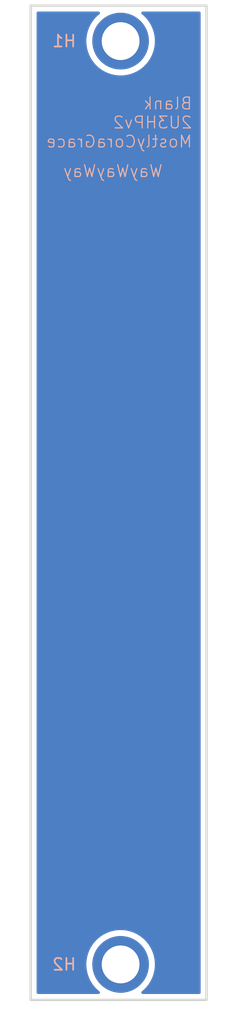
<source format=kicad_pcb>
(kicad_pcb (version 20241229) (generator "pcbnew") (generator_version "9.0")
  (layers (0 "F.Cu" signal) (2 "B.Cu" signal) (13 "F.Paste" user) (15 "B.Paste" user) (5 "F.SilkS" user "F.Silkscreen") (7 "B.SilkS" user "B.Silkscreen") (1 "F.Mask" user) (3 "B.Mask" user) (25 "Edge.Cuts" user))
  (net 0 "")
  (footprint "EXC:MountingHole_3.2mm_M3" (layer "F.Cu") (at 7.62 5.425)
    (property "Reference" "H1" (at -3.683 0 0) (layer "B.SilkS") (effects (justify left mirror)))
    (property "Value" "Eurorack_M3_MountingHole")
    (pad "" thru_hole circle (at 0 0) (size 4.8 4.8) (drill 3.2) (layers "*.Cu" "*.Mask"))
  )
  (footprint "EXC:MountingHole_3.2mm_M3" (layer "F.Cu") (at 7.62 83.475)
    (property "Reference" "H2" (at -3.683 0 0) (layer "B.SilkS") (effects (justify left mirror)))
    (property "Value" "Eurorack_M3_MountingHole")
    (pad "" thru_hole circle (at 0 0) (size 4.8 4.8) (drill 3.2) (layers "*.Cu" "*.Mask"))
  )
  (gr_rect (start 0 2.425) (end 14.9 86.475) (stroke (width 0.2)) (fill no) (layer "Edge.Cuts"))
  (gr_text "WayWayWay" (at 11.25 17 0) (layer "B.SilkS") (effects (font (size 1 1) (thickness 0.1)) (justify left bottom mirror)))
  (gr_text "Blank\n2U3HPv2\nMostlyCoraGrace" (at 13.75 14.5 0) (layer "B.SilkS") (effects (font (size 1 1) (thickness 0.1)) (justify left bottom mirror)))
  (zone (net 0) (net_name "") (layers "F.Cu" "B.Cu") (connect_pads (clearance 0.5)) (min_thickness 0.25) (fill yes (thermal_gap 0.5) (thermal_bridge_width 0.5) (island_removal_mode 1) (island_area_min 10))
    (polygon (pts (xy 0 2.425) (xy 14.9 2.425) (xy 14.9 86.475) (xy 0 86.475)))
  )
)
</source>
